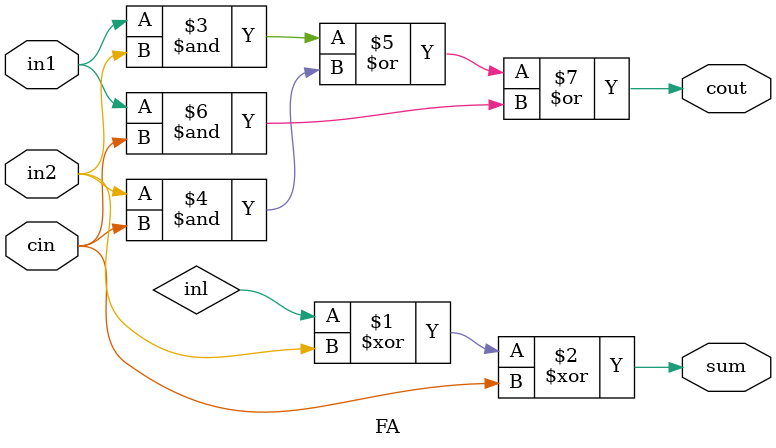
<source format=sv>
module FA(in1, in2, cin, sum, cout);
input in1, in2, cin;
output sum, cout;
assign sum =inl^in2^cin;
assign  cout=(in1&in2) | (in2&cin) | (in1 &cin);
endmodule

</source>
